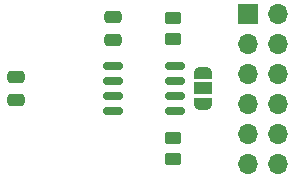
<source format=gbr>
%TF.GenerationSoftware,KiCad,Pcbnew,7.0.10*%
%TF.CreationDate,2024-01-17T19:33:20+01:00*%
%TF.ProjectId,RFM9xW_868,52464d39-7857-45f3-9836-382e6b696361,rev?*%
%TF.SameCoordinates,Original*%
%TF.FileFunction,Soldermask,Bot*%
%TF.FilePolarity,Negative*%
%FSLAX46Y46*%
G04 Gerber Fmt 4.6, Leading zero omitted, Abs format (unit mm)*
G04 Created by KiCad (PCBNEW 7.0.10) date 2024-01-17 19:33:20*
%MOMM*%
%LPD*%
G01*
G04 APERTURE LIST*
G04 Aperture macros list*
%AMRoundRect*
0 Rectangle with rounded corners*
0 $1 Rounding radius*
0 $2 $3 $4 $5 $6 $7 $8 $9 X,Y pos of 4 corners*
0 Add a 4 corners polygon primitive as box body*
4,1,4,$2,$3,$4,$5,$6,$7,$8,$9,$2,$3,0*
0 Add four circle primitives for the rounded corners*
1,1,$1+$1,$2,$3*
1,1,$1+$1,$4,$5*
1,1,$1+$1,$6,$7*
1,1,$1+$1,$8,$9*
0 Add four rect primitives between the rounded corners*
20,1,$1+$1,$2,$3,$4,$5,0*
20,1,$1+$1,$4,$5,$6,$7,0*
20,1,$1+$1,$6,$7,$8,$9,0*
20,1,$1+$1,$8,$9,$2,$3,0*%
%AMFreePoly0*
4,1,19,0.550000,-0.750000,0.000000,-0.750000,0.000000,-0.744911,-0.071157,-0.744911,-0.207708,-0.704816,-0.327430,-0.627875,-0.420627,-0.520320,-0.479746,-0.390866,-0.500000,-0.250000,-0.500000,0.250000,-0.479746,0.390866,-0.420627,0.520320,-0.327430,0.627875,-0.207708,0.704816,-0.071157,0.744911,0.000000,0.744911,0.000000,0.750000,0.550000,0.750000,0.550000,-0.750000,0.550000,-0.750000,
$1*%
%AMFreePoly1*
4,1,19,0.000000,0.744911,0.071157,0.744911,0.207708,0.704816,0.327430,0.627875,0.420627,0.520320,0.479746,0.390866,0.500000,0.250000,0.500000,-0.250000,0.479746,-0.390866,0.420627,-0.520320,0.327430,-0.627875,0.207708,-0.704816,0.071157,-0.744911,0.000000,-0.744911,0.000000,-0.750000,-0.550000,-0.750000,-0.550000,0.750000,0.000000,0.750000,0.000000,0.744911,0.000000,0.744911,
$1*%
G04 Aperture macros list end*
%ADD10R,1.700000X1.700000*%
%ADD11O,1.700000X1.700000*%
%ADD12FreePoly0,270.000000*%
%ADD13R,1.500000X1.000000*%
%ADD14FreePoly1,270.000000*%
%ADD15RoundRect,0.250000X0.475000X-0.250000X0.475000X0.250000X-0.475000X0.250000X-0.475000X-0.250000X0*%
%ADD16RoundRect,0.250000X-0.450000X0.262500X-0.450000X-0.262500X0.450000X-0.262500X0.450000X0.262500X0*%
%ADD17RoundRect,0.150000X0.675000X0.150000X-0.675000X0.150000X-0.675000X-0.150000X0.675000X-0.150000X0*%
G04 APERTURE END LIST*
D10*
%TO.C,J1*%
X149860000Y-43180000D03*
D11*
X152400000Y-43180000D03*
X149860000Y-45720000D03*
X152400000Y-45720000D03*
X149860000Y-48260000D03*
X152400000Y-48260000D03*
X149860000Y-50800000D03*
X152400000Y-50800000D03*
X149860000Y-53340000D03*
X152400000Y-53340000D03*
X149860000Y-55880000D03*
X152400000Y-55880000D03*
%TD*%
D12*
%TO.C,JP1*%
X146050000Y-48200000D03*
D13*
X146050000Y-49500000D03*
D14*
X146050000Y-50800000D03*
%TD*%
D15*
%TO.C,C1*%
X130175000Y-50480000D03*
X130175000Y-48580000D03*
%TD*%
D16*
%TO.C,R2*%
X143510000Y-53697500D03*
X143510000Y-55522500D03*
%TD*%
%TO.C,R1*%
X143510000Y-43537500D03*
X143510000Y-45362500D03*
%TD*%
D15*
%TO.C,C2*%
X138430000Y-45400000D03*
X138430000Y-43500000D03*
%TD*%
D17*
%TO.C,U2*%
X143680000Y-47625000D03*
X143680000Y-48895000D03*
X143680000Y-50165000D03*
X143680000Y-51435000D03*
X138430000Y-51435000D03*
X138430000Y-50165000D03*
X138430000Y-48895000D03*
X138430000Y-47625000D03*
%TD*%
M02*

</source>
